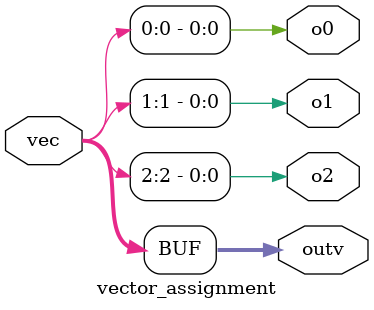
<source format=v>
module vector_assignment ( 
    input wire [2:0] vec,
    output wire [2:0] outv,
    output wire o2,
    output wire o1,
    output wire o0  ); // Module body starts after module declaration
    
    assign outv= vec;
    assign o0= vec[0];
    assign o1= vec[1];
    assign o2= vec[2];

endmodule

</source>
